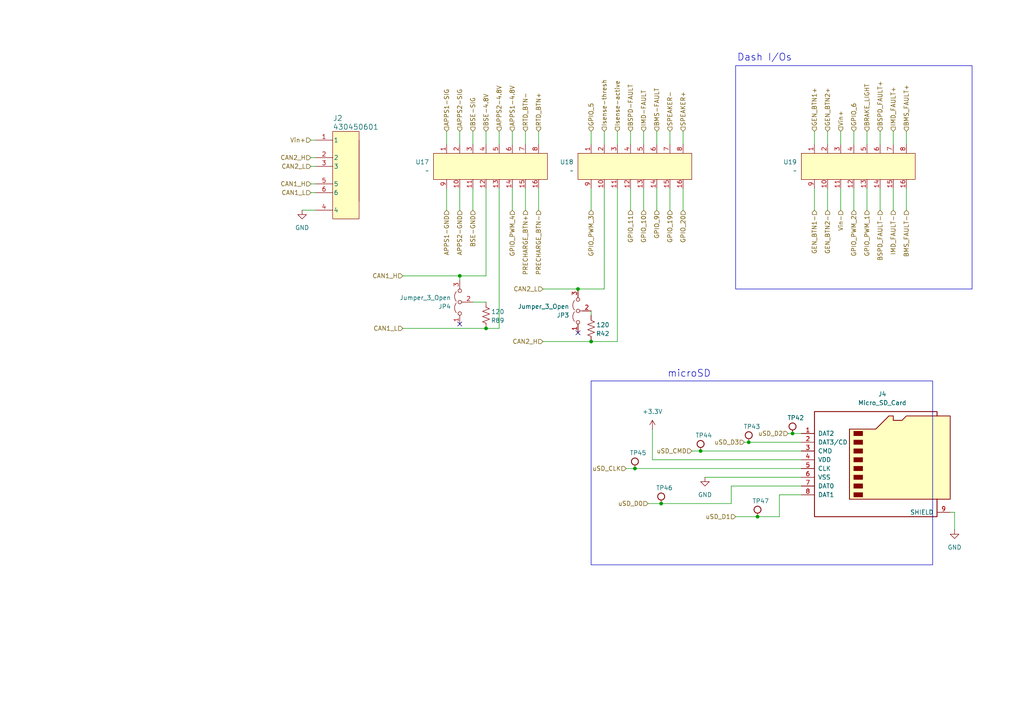
<source format=kicad_sch>
(kicad_sch (version 20250114) (generator "eeschema") (generator_version "9.0")
  (paper "A4")
  (lib_symbols
    (symbol ".Test-Point:RH-5015" (pin_numbers (hide yes)) (pin_names (hide yes))
      (property "Reference" "TP" (at 0 -15.24 0))
      (property "Value" "RH-5015" (at 0 -11.43 0))
      (symbol "RH-5015_1_1"
        (circle (center 0 2.032) (radius 1.016) (stroke (width 0.254)))
        (pin passive line (at 0 0 90) (length 0.9906) (name "1") (number "1"))
      )
    )
    (symbol "430450601:430450601" (pin_names (offset 0.254))
      (property "Reference" "J" (at 5.08 7.62 0))
      (property "Value" "430450601" (at 10.922 5.08 0))
      (symbol "430450601_1_1"
        (rectangle (start 5.08 3.81) (end 12.7 -21.59) (fill (type color) (color 255 255 194 1)))
        (polyline (pts (xy 5.08 1.27) (xy 5.08 -16.51)) (stroke (width 0.127)))
        (polyline (pts (xy 12.7 -16.51) (xy 12.7 1.27)) (stroke (width 0.127)))
        (pin unspecified line (at 0 1.27 0) (length 5.08) (name "1") (number "1"))
        (pin unspecified line (at 0 -3.81 0) (length 5.08) (name "2") (number "2"))
        (pin unspecified line (at 0 -6.35 0) (length 5.08) (name "3") (number "3"))
        (pin unspecified line (at 0 -11.43 0) (length 5.08) (name "5") (number "5"))
        (pin unspecified line (at 0 -13.97 0) (length 5.08) (name "6") (number "6"))
        (pin unspecified line (at 0 -19.05 0) (length 5.08) (name "4") (number "4"))
      )
      (symbol "430450601_1_2"
        (polyline (pts (xy 5.08 2.54) (xy 5.08 -15.24)) (stroke (width 0.127)))
        (polyline (pts (xy 5.08 -15.24) (xy 12.7 -15.24)) (stroke (width 0.127)))
        (polyline (pts (xy 7.62 0) (xy 5.08 0)) (stroke (width 0.127)))
        (polyline (pts (xy 7.62 0) (xy 8.89 0.8467)) (stroke (width 0.127)))
        (polyline (pts (xy 7.62 0) (xy 8.89 -0.8467)) (stroke (width 0.127)))
        (polyline (pts (xy 7.62 -2.54) (xy 5.08 -2.54)) (stroke (width 0.127)))
        (polyline (pts (xy 7.62 -2.54) (xy 8.89 -1.6933)) (stroke (width 0.127)))
        (polyline (pts (xy 7.62 -2.54) (xy 8.89 -3.3867)) (stroke (width 0.127)))
        (polyline (pts (xy 7.62 -5.08) (xy 5.08 -5.08)) (stroke (width 0.127)))
        (polyline (pts (xy 7.62 -5.08) (xy 8.89 -4.2333)) (stroke (width 0.127)))
        (polyline (pts (xy 7.62 -5.08) (xy 8.89 -5.9267)) (stroke (width 0.127)))
        (polyline (pts (xy 7.62 -7.62) (xy 5.08 -7.62)) (stroke (width 0.127)))
        (polyline (pts (xy 7.62 -7.62) (xy 8.89 -6.7733)) (stroke (width 0.127)))
        (polyline (pts (xy 7.62 -7.62) (xy 8.89 -8.4667)) (stroke (width 0.127)))
        (polyline (pts (xy 7.62 -10.16) (xy 5.08 -10.16)) (stroke (width 0.127)))
        (polyline (pts (xy 7.62 -10.16) (xy 8.89 -9.3133)) (stroke (width 0.127)))
        (polyline (pts (xy 7.62 -10.16) (xy 8.89 -11.0067)) (stroke (width 0.127)))
        (polyline (pts (xy 7.62 -12.7) (xy 5.08 -12.7)) (stroke (width 0.127)))
        (polyline (pts (xy 7.62 -12.7) (xy 8.89 -11.8533)) (stroke (width 0.127)))
        (polyline (pts (xy 7.62 -12.7) (xy 8.89 -13.5467)) (stroke (width 0.127)))
        (polyline (pts (xy 12.7 2.54) (xy 5.08 2.54)) (stroke (width 0.127)))
        (polyline (pts (xy 12.7 -15.24) (xy 12.7 2.54)) (stroke (width 0.127)))
        (pin unspecified line (at 0 0 0) (length 5.08) (name "1") (number "1"))
        (pin unspecified line (at 0 -2.54 0) (length 5.08) (name "2") (number "2"))
        (pin unspecified line (at 0 -5.08 0) (length 5.08) (name "3") (number "3"))
        (pin unspecified line (at 0 -7.62 0) (length 5.08) (name "4") (number "4"))
        (pin unspecified line (at 0 -10.16 0) (length 5.08) (name "5") (number "5"))
        (pin unspecified line (at 0 -12.7 0) (length 5.08) (name "6") (number "6"))
      )
    )
    (symbol "BFR Resistors:RMCF0603FT120R" (pin_numbers (hide yes))
      (property "Reference" "R" (at 0 2.54 0))
      (property "Value" "120" (at 1.27 2.54 0))
      (symbol "RMCF0603FT120R_0_1"
        (polyline (pts (xy -2.286 0) (xy -2.54 0)))
        (polyline (pts (xy -2.286 0) (xy -1.905 1.016) (xy -1.524 0) (xy -1.143 -1.016) (xy -0.762 0)))
        (polyline (pts (xy -0.762 0) (xy -0.381 1.016) (xy 0 0) (xy 0.381 -1.016) (xy 0.762 0)))
        (polyline (pts (xy 0.762 0) (xy 1.143 1.016) (xy 1.524 0) (xy 1.905 -1.016) (xy 2.286 0)))
        (polyline (pts (xy 2.286 0) (xy 2.54 0)))
      )
      (symbol "RMCF0603FT120R_1_1"
        (pin passive line (at -3.81 0 0) (length 1.27) (name "~") (number "1"))
        (pin passive line (at 3.81 0 180) (length 1.27) (name "~") (number "2"))
      )
    )
    (symbol "Connector:Micro_SD_Card" (pin_names (offset 1.016))
      (property "Reference" "J" (at -16.51 15.24 0))
      (property "Value" "Micro_SD_Card" (at 16.51 15.24 0))
      (symbol "Micro_SD_Card_0_1"
        (polyline (pts (xy -8.89 -11.43) (xy -8.89 8.89) (xy -1.27 8.89) (xy 2.54 12.7) (xy 3.81 12.7) (xy 3.81 11.43) (xy 6.35 11.43) (xy 7.62 12.7) (xy 20.32 12.7) (xy 20.32 -11.43) (xy -8.89 -11.43)) (stroke (width 0.254)) (fill (type background)))
        (rectangle (start -7.62 8.255) (end -5.08 6.985) (fill (type outline)))
        (rectangle (start -7.62 5.715) (end -5.08 4.445) (fill (type outline)))
        (rectangle (start -7.62 3.175) (end -5.08 1.905) (fill (type outline)))
        (rectangle (start -7.62 0.635) (end -5.08 -0.635) (fill (type outline)))
        (rectangle (start -7.62 -1.905) (end -5.08 -3.175) (fill (type outline)))
        (rectangle (start -7.62 -4.445) (end -5.08 -5.715) (fill (type outline)))
        (rectangle (start -7.62 -6.985) (end -5.08 -8.255) (fill (type outline)))
        (rectangle (start -7.62 -9.525) (end -5.08 -10.795) (fill (type outline)))
        (polyline (pts (xy 16.51 12.7) (xy 16.51 13.97) (xy -19.05 13.97) (xy -19.05 -16.51) (xy 16.51 -16.51) (xy 16.51 -11.43)) (stroke (width 0.254)))
      )
      (symbol "Micro_SD_Card_1_1"
        (pin bidirectional line (at -22.86 7.62 0) (length 3.81) (name "DAT2") (number "1"))
        (pin bidirectional line (at -22.86 5.08 0) (length 3.81) (name "DAT3/CD") (number "2"))
        (pin input line (at -22.86 2.54 0) (length 3.81) (name "CMD") (number "3"))
        (pin power_in line (at -22.86 0 0) (length 3.81) (name "VDD") (number "4"))
        (pin input line (at -22.86 -2.54 0) (length 3.81) (name "CLK") (number "5"))
        (pin power_in line (at -22.86 -5.08 0) (length 3.81) (name "VSS") (number "6"))
        (pin bidirectional line (at -22.86 -7.62 0) (length 3.81) (name "DAT0") (number "7"))
        (pin bidirectional line (at -22.86 -10.16 0) (length 3.81) (name "DAT1") (number "8"))
        (pin passive line (at 20.32 -15.24 180) (length 3.81) (name "SHIELD") (number "9"))
      )
    )
    (symbol "Jumper:Jumper_3_Open" (pin_names (offset 0) (hide yes)) (in_bom no)
      (property "Reference" "JP" (at -2.54 -2.54 0))
      (property "Value" "Jumper_3_Open" (at 0 2.794 0))
      (symbol "Jumper_3_Open_0_0"
        (circle (center -3.302 0) (radius 0.508))
        (circle (center 0 0) (radius 0.508))
        (circle (center 3.302 0) (radius 0.508))
      )
      (symbol "Jumper_3_Open_0_1"
        (arc (start -3.048 1.016) (mid -1.651 1.4992) (end -0.254 1.016))
        (polyline (pts (xy 0 -0.508) (xy 0 -1.27)))
        (arc (start 0.254 1.016) (mid 1.651 1.4992) (end 3.048 1.016))
      )
      (symbol "Jumper_3_Open_1_1"
        (pin passive line (at -6.35 0 0) (length 2.54) (name "A") (number "1"))
        (pin passive line (at 0 -3.81 90) (length 2.54) (name "C") (number "2"))
        (pin passive line (at 6.35 0 180) (length 2.54) (name "B") (number "3"))
      )
    )
    (symbol "MX150L_16-pin_1"
      (property "Reference" "U" (at 0 0 0))
      (property "Value" "MX150L 16-pin" (at -3.556 -2.032 0))
      (symbol "MX150L_16-pin_1_1_1"
        (rectangle (start 5.08 3.81) (end 38.1 -3.81) (fill (type color) (color 255 255 195 1)))
        (pin input line (at 8.89 6.35 270) (length 2.54) (name "") (number "1"))
        (pin input line (at 8.89 -6.35 90) (length 2.54) (name "") (number "9"))
        (pin input line (at 12.7 6.35 270) (length 2.54) (name "") (number "2"))
        (pin input line (at 12.7 -6.35 90) (length 2.54) (name "") (number "10"))
        (pin input line (at 16.51 6.35 270) (length 2.54) (name "") (number "3"))
        (pin input line (at 16.51 -6.35 90) (length 2.54) (name "") (number "11"))
        (pin input line (at 20.32 6.35 270) (length 2.54) (name "") (number "4"))
        (pin input line (at 20.32 -6.35 90) (length 2.54) (name "") (number "12"))
        (pin input line (at 24.13 6.35 270) (length 2.54) (name "") (number "5"))
        (pin input line (at 24.13 -6.35 90) (length 2.54) (name "") (number "13"))
        (pin input line (at 27.94 6.35 270) (length 2.54) (name "") (number "6"))
        (pin input line (at 27.94 -6.35 90) (length 2.54) (name "") (number "14"))
        (pin input line (at 31.75 6.35 270) (length 2.54) (name "") (number "7"))
        (pin input line (at 31.75 -6.35 90) (length 2.54) (name "") (number "15"))
        (pin input line (at 35.56 6.35 270) (length 2.54) (name "") (number "8"))
        (pin input line (at 35.56 -6.35 90) (length 2.54) (name "") (number "16"))
      )
    )
    (symbol "Molex-MX150:MX150L_16-pin"
      (property "Reference" "U" (at 0 0 0))
      (symbol "MX150L_16-pin_1_1"
        (rectangle (start 5.08 3.81) (end 38.1 -3.81) (fill (type color) (color 255 255 195 1)))
        (pin input line (at 8.89 6.35 270) (length 2.54) (name "") (number "1"))
        (pin input line (at 8.89 -6.35 90) (length 2.54) (name "") (number "9"))
        (pin input line (at 12.7 6.35 270) (length 2.54) (name "") (number "2"))
        (pin input line (at 12.7 -6.35 90) (length 2.54) (name "") (number "10"))
        (pin input line (at 16.51 6.35 270) (length 2.54) (name "") (number "3"))
        (pin input line (at 16.51 -6.35 90) (length 2.54) (name "") (number "11"))
        (pin input line (at 20.32 6.35 270) (length 2.54) (name "") (number "4"))
        (pin input line (at 20.32 -6.35 90) (length 2.54) (name "") (number "12"))
        (pin input line (at 24.13 6.35 270) (length 2.54) (name "") (number "5"))
        (pin input line (at 24.13 -6.35 90) (length 2.54) (name "") (number "13"))
        (pin input line (at 27.94 6.35 270) (length 2.54) (name "") (number "6"))
        (pin input line (at 27.94 -6.35 90) (length 2.54) (name "") (number "14"))
        (pin input line (at 31.75 6.35 270) (length 2.54) (name "") (number "7"))
        (pin input line (at 31.75 -6.35 90) (length 2.54) (name "") (number "15"))
        (pin input line (at 35.56 6.35 270) (length 2.54) (name "") (number "8"))
        (pin input line (at 35.56 -6.35 90) (length 2.54) (name "") (number "16"))
      )
    )
    (symbol "power:+3.3V" (power) (pin_numbers (hide yes)) (pin_names (offset 0) (hide yes))
      (property "Value" "+3.3V" (at 0 3.556 0))
      (symbol "+3.3V_0_1"
        (polyline (pts (xy -0.762 1.27) (xy 0 2.54)))
        (polyline (pts (xy 0 2.54) (xy 0.762 1.27)))
        (polyline (pts (xy 0 0) (xy 0 2.54)))
      )
      (symbol "+3.3V_1_1"
        (pin power_in line (at 0 0 90) (length 0) (name "~") (number "1"))
      )
    )
    (symbol "power:GND" (power) (pin_numbers (hide yes)) (pin_names (offset 0) (hide yes))
      (property "Value" "GND" (at 0 -3.81 0))
      (symbol "GND_0_1"
        (polyline (pts (xy 0 0) (xy 0 -1.27) (xy 1.27 -1.27) (xy 0 -2.54) (xy -1.27 -1.27) (xy 0 -1.27)))
      )
      (symbol "GND_1_1"
        (pin power_in line (at 0 0 270) (length 0) (name "~") (number "1"))
      )
    )
  )
  (rectangle (start 171.45 110.49) (end 270.51 163.83))
  (rectangle (start 213.36 19.05) (end 281.94 83.82))
  (text "Dash I/Os\n" (at 221.742 16.764 0) (effects (font (size 2.032 2.032))))
  (text "microSD\n" (at 199.898 108.458 0) (effects (font (size 2.032 2.032))))
  (junction (at 203.2 130.81))
  (junction (at 171.45 99.06))
  (junction (at 219.71 149.86))
  (junction (at 229.87 125.73))
  (junction (at 133.35 80.01))
  (junction (at 191.77 146.05))
  (junction (at 184.15 135.89))
  (junction (at 167.64 83.82))
  (junction (at 217.17 128.27))
  (junction (at 140.97 95.25))
  (no_connect (at 133.35 93.98))
  (no_connect (at 167.64 96.52))
  (wire (pts (xy 179.07 54.61) (xy 179.07 99.06)))
  (wire (pts (xy 137.16 38.1) (xy 137.16 41.91)))
  (wire (pts (xy 215.9 128.27) (xy 217.17 128.27)))
  (wire (pts (xy 171.45 91.44) (xy 171.45 90.17)))
  (wire (pts (xy 148.59 38.1) (xy 148.59 41.91)))
  (wire (pts (xy 194.31 54.61) (xy 194.31 60.96)))
  (wire (pts (xy 198.12 38.1) (xy 198.12 41.91)))
  (wire (pts (xy 232.41 138.43) (xy 204.47 138.43)))
  (wire (pts (xy 259.08 54.61) (xy 259.08 60.96)))
  (wire (pts (xy 152.4 38.1) (xy 152.4 41.91)))
  (wire (pts (xy 236.22 54.61) (xy 236.22 60.96)))
  (wire (pts (xy 129.54 54.61) (xy 129.54 60.96)))
  (wire (pts (xy 194.31 38.1) (xy 194.31 41.91)))
  (wire (pts (xy 189.23 133.35) (xy 232.41 133.35)))
  (wire (pts (xy 152.4 54.61) (xy 152.4 60.96)))
  (wire (pts (xy 137.16 54.61) (xy 137.16 60.96)))
  (wire (pts (xy 240.03 38.1) (xy 240.03 41.91)))
  (wire (pts (xy 175.26 54.61) (xy 175.26 83.82)))
  (wire (pts (xy 179.07 38.1) (xy 179.07 41.91)))
  (wire (pts (xy 240.03 54.61) (xy 240.03 60.96)))
  (wire (pts (xy 275.59 148.59) (xy 276.86 148.59)))
  (wire (pts (xy 182.88 54.61) (xy 182.88 60.96)))
  (wire (pts (xy 90.17 48.26) (xy 91.44 48.26)))
  (wire (pts (xy 129.54 38.1) (xy 129.54 41.91)))
  (wire (pts (xy 255.27 54.61) (xy 255.27 60.96)))
  (wire (pts (xy 157.48 83.82) (xy 167.64 83.82)))
  (wire (pts (xy 171.45 54.61) (xy 171.45 60.96)))
  (wire (pts (xy 184.15 135.89) (xy 232.41 135.89)))
  (wire (pts (xy 144.78 38.1) (xy 144.78 41.91)))
  (wire (pts (xy 213.36 149.86) (xy 219.71 149.86)))
  (wire (pts (xy 116.84 80.01) (xy 133.35 80.01)))
  (wire (pts (xy 226.06 143.51) (xy 232.41 143.51)))
  (wire (pts (xy 198.12 54.61) (xy 198.12 60.96)))
  (wire (pts (xy 133.35 54.61) (xy 133.35 60.96)))
  (wire (pts (xy 200.66 130.81) (xy 203.2 130.81)))
  (wire (pts (xy 191.77 146.05) (xy 212.09 146.05)))
  (wire (pts (xy 90.17 45.72) (xy 91.44 45.72)))
  (wire (pts (xy 212.09 140.97) (xy 232.41 140.97)))
  (wire (pts (xy 190.5 38.1) (xy 190.5 41.91)))
  (wire (pts (xy 186.69 54.61) (xy 186.69 60.96)))
  (wire (pts (xy 217.17 128.27) (xy 232.41 128.27)))
  (wire (pts (xy 182.88 38.1) (xy 182.88 41.91)))
  (wire (pts (xy 212.09 146.05) (xy 212.09 140.97)))
  (wire (pts (xy 90.17 55.88) (xy 91.44 55.88)))
  (wire (pts (xy 251.46 54.61) (xy 251.46 60.96)))
  (wire (pts (xy 243.84 38.1) (xy 243.84 41.91)))
  (wire (pts (xy 181.61 135.89) (xy 184.15 135.89)))
  (wire (pts (xy 148.59 54.61) (xy 148.59 60.96)))
  (wire (pts (xy 229.87 125.73) (xy 232.41 125.73)))
  (wire (pts (xy 140.97 38.1) (xy 140.97 41.91)))
  (wire (pts (xy 247.65 38.1) (xy 247.65 41.91)))
  (wire (pts (xy 156.21 54.61) (xy 156.21 60.96)))
  (wire (pts (xy 144.78 54.61) (xy 144.78 95.25)))
  (wire (pts (xy 133.35 38.1) (xy 133.35 41.91)))
  (wire (pts (xy 90.17 40.64) (xy 91.44 40.64)))
  (wire (pts (xy 116.84 95.25) (xy 140.97 95.25)))
  (wire (pts (xy 255.27 38.1) (xy 255.27 41.91)))
  (wire (pts (xy 187.96 146.05) (xy 191.77 146.05)))
  (wire (pts (xy 140.97 95.25) (xy 144.78 95.25)))
  (wire (pts (xy 156.21 38.1) (xy 156.21 41.91)))
  (wire (pts (xy 247.65 54.61) (xy 247.65 60.96)))
  (wire (pts (xy 259.08 38.1) (xy 259.08 41.91)))
  (wire (pts (xy 87.63 60.96) (xy 91.44 60.96)))
  (wire (pts (xy 262.89 38.1) (xy 262.89 41.91)))
  (wire (pts (xy 262.89 54.61) (xy 262.89 60.96)))
  (wire (pts (xy 189.23 124.46) (xy 189.23 133.35)))
  (wire (pts (xy 90.17 53.34) (xy 91.44 53.34)))
  (wire (pts (xy 186.69 38.1) (xy 186.69 41.91)))
  (wire (pts (xy 175.26 38.1) (xy 175.26 41.91)))
  (wire (pts (xy 133.35 81.28) (xy 133.35 80.01)))
  (wire (pts (xy 251.46 38.1) (xy 251.46 41.91)))
  (wire (pts (xy 167.64 83.82) (xy 175.26 83.82)))
  (wire (pts (xy 171.45 38.1) (xy 171.45 41.91)))
  (wire (pts (xy 171.45 99.06) (xy 179.07 99.06)))
  (wire (pts (xy 219.71 149.86) (xy 226.06 149.86)))
  (wire (pts (xy 236.22 38.1) (xy 236.22 41.91)))
  (wire (pts (xy 276.86 148.59) (xy 276.86 153.67)))
  (wire (pts (xy 140.97 54.61) (xy 140.97 80.01)))
  (wire (pts (xy 157.48 99.06) (xy 171.45 99.06)))
  (wire (pts (xy 203.2 130.81) (xy 232.41 130.81)))
  (wire (pts (xy 226.06 149.86) (xy 226.06 143.51)))
  (wire (pts (xy 133.35 80.01) (xy 140.97 80.01)))
  (wire (pts (xy 228.6 125.73) (xy 229.87 125.73)))
  (wire (pts (xy 243.84 54.61) (xy 243.84 60.96)))
  (wire (pts (xy 140.97 87.63) (xy 137.16 87.63)))
  (wire (pts (xy 190.5 54.61) (xy 190.5 60.96)))
  (hierarchical_label "CAN1_H" (shape input) (at 90.17 53.34 180))
  (hierarchical_label "CAN2_H" (shape input) (at 90.17 45.72 180))
  (hierarchical_label "BSE-SIG" (shape input) (at 137.16 38.1 90))
  (hierarchical_label "GPIO_20" (shape input) (at 198.12 60.96 270))
  (hierarchical_label "CAN1_L" (shape input) (at 90.17 55.88 180))
  (hierarchical_label "GEN_BTN2+" (shape input) (at 240.03 38.1 90))
  (hierarchical_label "uSD_CMD" (shape input) (at 200.66 130.81 180))
  (hierarchical_label "IMD-FAULT" (shape input) (at 186.69 38.1 90))
  (hierarchical_label "APPS1-4.8V" (shape input) (at 148.59 38.1 90))
  (hierarchical_label "Isense-thresh" (shape input) (at 175.26 38.1 90))
  (hierarchical_label "GPIO_PWM_2" (shape input) (at 247.65 60.96 270))
  (hierarchical_label "IMD_FAULT-" (shape input) (at 259.08 60.96 270))
  (hierarchical_label "CAN2_L" (shape input) (at 90.17 48.26 180))
  (hierarchical_label "BSE-4.8V" (shape input) (at 140.97 38.1 90))
  (hierarchical_label "RTD_BTN-" (shape input) (at 152.4 38.1 90))
  (hierarchical_label "GEN_BTN2-" (shape input) (at 240.03 60.96 270))
  (hierarchical_label "BSPD-FAULT" (shape input) (at 182.88 38.1 90))
  (hierarchical_label "GEN_BTN1-" (shape input) (at 236.22 60.96 270))
  (hierarchical_label "GPIO_PWM_4" (shape input) (at 148.59 60.96 270))
  (hierarchical_label "BSPD_FAULT+" (shape input) (at 255.27 38.1 90))
  (hierarchical_label "GEN_BTN1+" (shape input) (at 236.22 38.1 90))
  (hierarchical_label "GPIO_9" (shape input) (at 190.5 60.96 270))
  (hierarchical_label "GPIO_6" (shape input) (at 247.65 38.1 90))
  (hierarchical_label "uSD_D3" (shape input) (at 215.9 128.27 180))
  (hierarchical_label "RTD_BTN+" (shape input) (at 156.21 38.1 90))
  (hierarchical_label "BSE-GND" (shape input) (at 137.16 60.96 270))
  (hierarchical_label "BMS_FAULT+" (shape input) (at 262.89 38.1 90))
  (hierarchical_label "CAN1_H" (shape input) (at 116.84 80.01 180))
  (hierarchical_label "APPS1-SIG" (shape input) (at 129.54 38.1 90))
  (hierarchical_label "uSD_D2" (shape input) (at 228.6 125.73 180))
  (hierarchical_label "BMS_FAULT-" (shape input) (at 262.89 60.96 270))
  (hierarchical_label "CAN1_L" (shape input) (at 116.84 95.25 180))
  (hierarchical_label "GPIO_19" (shape input) (at 194.31 60.96 270))
  (hierarchical_label "CAN2_H" (shape input) (at 157.48 99.06 180))
  (hierarchical_label "BSPD_FAULT-" (shape input) (at 255.27 60.96 270))
  (hierarchical_label "GPIO_11" (shape input) (at 182.88 60.96 270))
  (hierarchical_label "uSD_D0" (shape input) (at 187.96 146.05 180))
  (hierarchical_label "Vin-" (shape input) (at 243.84 60.96 270))
  (hierarchical_label "APPS1-GND" (shape input) (at 129.54 60.96 270))
  (hierarchical_label "APPS2-4.8V" (shape input) (at 144.78 38.1 90))
  (hierarchical_label "GPIO_10" (shape input) (at 186.69 60.96 270))
  (hierarchical_label "GPIO_5" (shape input) (at 171.45 38.1 90))
  (hierarchical_label "Vin+" (shape input) (at 243.84 38.1 90))
  (hierarchical_label "GPIO_PWM_3" (shape input) (at 171.45 60.96 270))
  (hierarchical_label "PRECHARGE_BTN+" (shape input) (at 152.4 60.96 270))
  (hierarchical_label "Isense-active" (shape input) (at 179.07 38.1 90))
  (hierarchical_label "uSD_CLK" (shape input) (at 181.61 135.89 180))
  (hierarchical_label "Vin+" (shape input) (at 90.17 40.64 180))
  (hierarchical_label "APPS2-GND" (shape input) (at 133.35 60.96 270))
  (hierarchical_label "APPS2-SIG" (shape input) (at 133.35 38.1 90))
  (hierarchical_label "BRAKE_LIGHT" (shape input) (at 251.46 38.1 90))
  (hierarchical_label "IMD_FAULT+" (shape input) (at 259.08 38.1 90))
  (hierarchical_label "uSD_D1" (shape input) (at 213.36 149.86 180))
  (hierarchical_label "GPIO_PWM_1" (shape input) (at 251.46 60.96 270))
  (hierarchical_label "SPEAKER-" (shape input) (at 194.31 38.1 90))
  (hierarchical_label "BMS-FAULT" (shape input) (at 190.5 38.1 90))
  (hierarchical_label "SPEAKER+" (shape input) (at 198.12 38.1 90))
  (hierarchical_label "PRECHARGE_BTN-" (shape input) (at 156.21 60.96 270))
  (hierarchical_label "CAN2_L" (shape input) (at 157.48 83.82 180))
  (symbol (lib_id "Molex-MX150:MX150L_16-pin") (at 162.56 48.26 0) (unit 1)
    (property "Reference" "U18" (at 166.37 46.9899 0) (effects (justify right)))
    (property "Value" "~" (at 166.37 49.5299 0) (effects (justify right)))
    (property "Footprint" "20pinMX150Header:CONN_SD-19427-025_MOL" (effects (hide yes)))
  )
  (symbol (lib_id "Connector:Micro_SD_Card") (at 255.27 133.35 0) (unit 1)
    (property "Reference" "J4" (at 255.905 114.3 0))
    (property "Value" "Micro_SD_Card" (at 255.905 116.84 0))
    (property "Footprint" "Connector_Card:microSD_HC_Wuerth_693072010801" (effects (hide yes)))
    (property "Datasheet" "https://www.we-online.com/components/products/datasheet/693072010801.pdf" (effects (hide yes)))
    (property "Description" "Micro SD Card Socket" (effects (hide yes)))
    (property "Mouser P/N" "710-693072010801" (effects (hide yes)))
  )
  (symbol (lib_id ".Test-Point:RH-5015") (at 191.77 146.05 0) (unit 1)
    (property "Reference" "TP46" (at 190.2468 140.7937 0) (effects (justify left top)))
    (property "Value" "RH-5015" (effects (hide yes)))
    (property "Footprint" "TestPoint:TestPoint_Keystone_5015_Micro_Mini" (effects (hide yes)))
    (property "Datasheet" "https://wmsc.lcsc.com/wmsc/upload/file/pdf/v2/lcsc/2310260935_ronghe-RH-5015_C5199798.pdf" (effects (hide yes)))
    (property "Description" "Surface-mount grabby test point" (effects (hide yes)))
    (property "Link" "https://jlcpcb.com/partdetail/Ronghe-RH5015/C5199798" (effects (hide yes)))
    (property "Digikey P/N" "36-5015CT-ND" (effects (hide yes)))
    (property "Mouser P/N" "534-5015" (effects (hide yes)))
    (property "LCSC P/N" "C5199798" (effects (hide yes)))
    (property "Manufacturer" "Ronghe" (effects (hide yes)))
    (property "Manufacturer P/N" "RH-5015" (effects (hide yes)))
    (property "LCSC Part #" "C5199798" (effects (hide yes)))
  )
  (symbol (lib_id "BFR Resistors:RMCF0603FT120R") (at 140.97 91.44 90) (unit 1)
    (property "Reference" "R89" (at 146.304 92.964 90) (effects (justify left)))
    (property "Value" "120" (at 146.304 90.424 90) (effects (justify left)))
    (property "Footprint" "Resistor_SMD:R_0603_1608Metric_Pad0.98x0.95mm_HandSolder" (effects (hide yes)))
    (property "Datasheet" "https://www.seielect.com/catalog/sei-rmcf_rmcp.pdf" (effects (hide yes)))
    (property "Description" "120Ω 0603 JLCPCB Basic Resistor" (effects (hide yes)))
    (property "Sim.Device" "SUBCKT" (effects (hide yes)))
    (property "Sim.Pins" "1=P1 2=P2" (effects (hide yes)))
    (property "Sim.Library" "${BFRUH_DIR}/Electronics/spice_models/bfr_resistors/RMCF0603FT120R.lib" (effects (hide yes)))
    (property "Sim.Name" "RMCF0603FT120R" (effects (hide yes)))
    (property "Pretty Name" "120Ω 0603 Resistor" (effects (hide yes)))
    (property "Order From" "LCSC" (effects (hide yes)))
    (property "Digikey P/N" "RMCF0603FT120RCT-ND" (effects (hide yes)))
    (property "Mouser P/N" "708-RMCF0603FT120R" (effects (hide yes)))
    (property "LCSC P/N" "C22787" (effects (hide yes)))
    (property "JLCPCB Basic Part" "Yes" (effects (hide yes)))
    (property "Created by" "resistor_generator.py script using e24_resistor_bible_spec.txt" (effects (hide yes)))
  )
  (symbol (lib_id ".Test-Point:RH-5015") (at 219.71 149.86 0) (unit 1)
    (property "Reference" "TP47" (at 218.1868 144.6037 0) (effects (justify left top)))
    (property "Value" "RH-5015" (effects (hide yes)))
    (property "Footprint" "TestPoint:TestPoint_Keystone_5015_Micro_Mini" (effects (hide yes)))
    (property "Datasheet" "https://wmsc.lcsc.com/wmsc/upload/file/pdf/v2/lcsc/2310260935_ronghe-RH-5015_C5199798.pdf" (effects (hide yes)))
    (property "Description" "Surface-mount grabby test point" (effects (hide yes)))
    (property "Link" "https://jlcpcb.com/partdetail/Ronghe-RH5015/C5199798" (effects (hide yes)))
    (property "Digikey P/N" "36-5015CT-ND" (effects (hide yes)))
    (property "Mouser P/N" "534-5015" (effects (hide yes)))
    (property "LCSC P/N" "C5199798" (effects (hide yes)))
    (property "Manufacturer" "Ronghe" (effects (hide yes)))
    (property "Manufacturer P/N" "RH-5015" (effects (hide yes)))
    (property "LCSC Part #" "C5199798" (effects (hide yes)))
  )
  (symbol (lib_id "430450601:430450601") (at 91.44 41.91 0) (unit 1)
    (property "Reference" "J2" (at 96.52 34.29 0) (effects (font (size 1.524 1.524)) (justify left)))
    (property "Value" "430450601" (at 96.52 36.83 0) (effects (font (size 1.524 1.524)) (justify left)))
    (property "Footprint" "430450601:CONN_SD-43045-001_06_MOL" (effects (hide yes)))
    (property "Datasheet" "https://www.molex.com/en-us/products/part-detail-pdf/430450601?display=pdf" (effects (hide yes)))
  )
  (symbol (lib_id "power:+3.3V") (at 189.23 124.46 0) (unit 1)
    (property "Reference" "#PWR061" (effects (hide yes)))
    (property "Value" "+3.3V" (at 189.23 119.38 0))
    (property "Description" "Power symbol creates a global label with name \"+3.3V\"" (effects (hide yes)))
  )
  (symbol (lib_id "power:GND") (at 276.86 153.67 0) (unit 1)
    (property "Reference" "#PWR063" (effects (hide yes)))
    (property "Value" "GND" (at 276.86 158.75 0))
    (property "Description" "Power symbol creates a global label with name \"GND\" , ground" (effects (hide yes)))
  )
  (symbol (lib_id "power:GND") (at 204.47 138.43 0) (unit 1)
    (property "Reference" "#PWR062" (effects (hide yes)))
    (property "Value" "GND" (at 204.47 143.51 0))
    (property "Description" "Power symbol creates a global label with name \"GND\" , ground" (effects (hide yes)))
  )
  (symbol (lib_id ".Test-Point:RH-5015") (at 229.87 125.73 0) (unit 1)
    (property "Reference" "TP42" (at 228.3468 120.4737 0) (effects (justify left top)))
    (property "Value" "RH-5015" (effects (hide yes)))
    (property "Footprint" "TestPoint:TestPoint_Keystone_5015_Micro_Mini" (effects (hide yes)))
    (property "Datasheet" "https://wmsc.lcsc.com/wmsc/upload/file/pdf/v2/lcsc/2310260935_ronghe-RH-5015_C5199798.pdf" (effects (hide yes)))
    (property "Description" "Surface-mount grabby test point" (effects (hide yes)))
    (property "Link" "https://jlcpcb.com/partdetail/Ronghe-RH5015/C5199798" (effects (hide yes)))
    (property "Digikey P/N" "36-5015CT-ND" (effects (hide yes)))
    (property "Mouser P/N" "534-5015" (effects (hide yes)))
    (property "LCSC P/N" "C5199798" (effects (hide yes)))
    (property "Manufacturer" "Ronghe" (effects (hide yes)))
    (property "Manufacturer P/N" "RH-5015" (effects (hide yes)))
    (property "LCSC Part #" "C5199798" (effects (hide yes)))
  )
  (symbol (lib_id "Jumper:Jumper_3_Open") (at 167.64 90.17 90) (unit 1) (in_bom no)
    (property "Reference" "JP3" (at 165.1 91.4401 90) (effects (justify left)))
    (property "Value" "Jumper_3_Open" (at 165.1 88.9001 90) (effects (justify left)))
    (property "Footprint" "Connector_PinHeader_2.54mm:PinHeader_1x03_P2.54mm_Vertical" (effects (hide yes)))
    (property "Description" "Jumper, 3-pole, both open" (effects (hide yes)))
  )
  (symbol (lib_id "Jumper:Jumper_3_Open") (at 133.35 87.63 90) (unit 1) (in_bom no)
    (property "Reference" "JP4" (at 130.81 88.9001 90) (effects (justify left)))
    (property "Value" "Jumper_3_Open" (at 130.81 86.3601 90) (effects (justify left)))
    (property "Footprint" "Connector_PinHeader_2.54mm:PinHeader_1x03_P2.54mm_Vertical" (effects (hide yes)))
    (property "Description" "Jumper, 3-pole, both open" (effects (hide yes)))
  )
  (symbol (lib_id "power:GND") (at 87.63 60.96 0) (unit 1)
    (property "Reference" "#PWR0126" (effects (hide yes)))
    (property "Value" "GND" (at 87.63 66.04 0))
    (property "Description" "Power symbol creates a global label with name \"GND\" , ground" (effects (hide yes)))
  )
  (symbol (lib_id "Molex-MX150:MX150L_16-pin") (at 227.33 48.26 0) (unit 1)
    (property "Reference" "U19" (at 231.14 46.9899 0) (effects (justify right)))
    (property "Value" "~" (at 231.14 49.5299 0) (effects (justify right)))
    (property "Footprint" "20pinMX150Header:CONN_SD-19427-025_MOL" (effects (hide yes)))
  )
  (symbol (lib_id ".Test-Point:RH-5015") (at 184.15 135.89 0) (unit 1)
    (property "Reference" "TP45" (at 182.6268 130.6337 0) (effects (justify left top)))
    (property "Value" "RH-5015" (effects (hide yes)))
    (property "Footprint" "TestPoint:TestPoint_Keystone_5015_Micro_Mini" (effects (hide yes)))
    (property "Datasheet" "https://wmsc.lcsc.com/wmsc/upload/file/pdf/v2/lcsc/2310260935_ronghe-RH-5015_C5199798.pdf" (effects (hide yes)))
    (property "Description" "Surface-mount grabby test point" (effects (hide yes)))
    (property "Link" "https://jlcpcb.com/partdetail/Ronghe-RH5015/C5199798" (effects (hide yes)))
    (property "Digikey P/N" "36-5015CT-ND" (effects (hide yes)))
    (property "Mouser P/N" "534-5015" (effects (hide yes)))
    (property "LCSC P/N" "C5199798" (effects (hide yes)))
    (property "Manufacturer" "Ronghe" (effects (hide yes)))
    (property "Manufacturer P/N" "RH-5015" (effects (hide yes)))
    (property "LCSC Part #" "C5199798" (effects (hide yes)))
  )
  (symbol (lib_id ".Test-Point:RH-5015") (at 217.17 128.27 0) (unit 1)
    (property "Reference" "TP43" (at 215.6468 123.0137 0) (effects (justify left top)))
    (property "Value" "RH-5015" (effects (hide yes)))
    (property "Footprint" "TestPoint:TestPoint_Keystone_5015_Micro_Mini" (effects (hide yes)))
    (property "Datasheet" "https://wmsc.lcsc.com/wmsc/upload/file/pdf/v2/lcsc/2310260935_ronghe-RH-5015_C5199798.pdf" (effects (hide yes)))
    (property "Description" "Surface-mount grabby test point" (effects (hide yes)))
    (property "Link" "https://jlcpcb.com/partdetail/Ronghe-RH5015/C5199798" (effects (hide yes)))
    (property "Digikey P/N" "36-5015CT-ND" (effects (hide yes)))
    (property "Mouser P/N" "534-5015" (effects (hide yes)))
    (property "LCSC P/N" "C5199798" (effects (hide yes)))
    (property "Manufacturer" "Ronghe" (effects (hide yes)))
    (property "Manufacturer P/N" "RH-5015" (effects (hide yes)))
    (property "LCSC Part #" "C5199798" (effects (hide yes)))
  )
  (symbol (lib_name "MX150L_16-pin_1") (lib_id "Molex-MX150:MX150L_16-pin") (at 120.65 48.26 0) (unit 1)
    (property "Reference" "U17" (at 124.46 46.9899 0) (effects (justify right)))
    (property "Value" "~" (at 124.46 49.5299 0) (effects (justify right)))
    (property "Footprint" "20pinMX150Header:CONN_SD-19427-025_MOL" (effects (hide yes)))
    (property "Datasheet" "https://www.molex.com/en-us/products/part-detail/194270049?display=pdf" (effects (hide yes)))
    (property "P/N" "194270049" (effects (hide yes)))
    (property "Mouser P/N" "538-19427-0049 " (effects (hide yes)))
  )
  (symbol (lib_id ".Test-Point:RH-5015") (at 203.2 130.81 0) (unit 1)
    (property "Reference" "TP44" (at 201.6768 125.5537 0) (effects (justify left top)))
    (property "Value" "RH-5015" (effects (hide yes)))
    (property "Footprint" "TestPoint:TestPoint_Keystone_5015_Micro_Mini" (effects (hide yes)))
    (property "Datasheet" "https://wmsc.lcsc.com/wmsc/upload/file/pdf/v2/lcsc/2310260935_ronghe-RH-5015_C5199798.pdf" (effects (hide yes)))
    (property "Description" "Surface-mount grabby test point" (effects (hide yes)))
    (property "Link" "https://jlcpcb.com/partdetail/Ronghe-RH5015/C5199798" (effects (hide yes)))
    (property "Digikey P/N" "36-5015CT-ND" (effects (hide yes)))
    (property "Mouser P/N" "534-5015" (effects (hide yes)))
    (property "LCSC P/N" "C5199798" (effects (hide yes)))
    (property "Manufacturer" "Ronghe" (effects (hide yes)))
    (property "Manufacturer P/N" "RH-5015" (effects (hide yes)))
    (property "LCSC Part #" "C5199798" (effects (hide yes)))
  )
  (symbol (lib_id "BFR Resistors:RMCF0603FT120R") (at 171.45 95.25 90) (unit 1)
    (property "Reference" "R42" (at 176.784 96.774 90) (effects (justify left)))
    (property "Value" "120" (at 176.784 94.234 90) (effects (justify left)))
    (property "Footprint" "Resistor_SMD:R_0603_1608Metric_Pad0.98x0.95mm_HandSolder" (effects (hide yes)))
    (property "Datasheet" "https://www.seielect.com/catalog/sei-rmcf_rmcp.pdf" (effects (hide yes)))
    (property "Description" "120Ω 0603 JLCPCB Basic Resistor" (effects (hide yes)))
    (property "Sim.Device" "SUBCKT" (effects (hide yes)))
    (property "Sim.Pins" "1=P1 2=P2" (effects (hide yes)))
    (property "Sim.Library" "${BFRUH_DIR}/Electronics/spice_models/bfr_resistors/RMCF0603FT120R.lib" (effects (hide yes)))
    (property "Sim.Name" "RMCF0603FT120R" (effects (hide yes)))
    (property "Pretty Name" "120Ω 0603 Resistor" (effects (hide yes)))
    (property "Order From" "LCSC" (effects (hide yes)))
    (property "Digikey P/N" "RMCF0603FT120RCT-ND" (effects (hide yes)))
    (property "Mouser P/N" "708-RMCF0603FT120R" (effects (hide yes)))
    (property "LCSC P/N" "C22787" (effects (hide yes)))
    (property "JLCPCB Basic Part" "Yes" (effects (hide yes)))
    (property "Created by" "resistor_generator.py script using e24_resistor_bible_spec.txt" (effects (hide yes)))
  )
)
</source>
